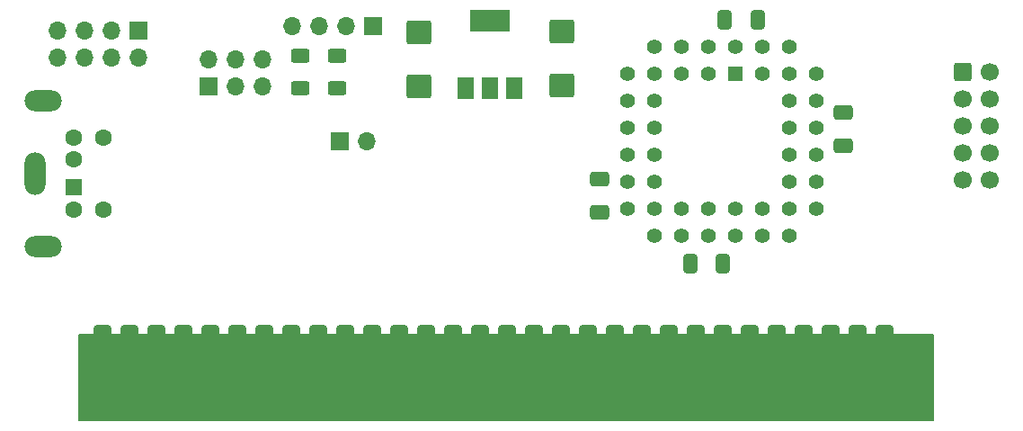
<source format=gbs>
G04 #@! TF.GenerationSoftware,KiCad,Pcbnew,7.0.10-148-g62bb553460*
G04 #@! TF.CreationDate,2024-11-24T17:13:43+03:00*
G04 #@! TF.ProjectId,ZX_BUS_Mouse,5a585f42-5553-45f4-9d6f-7573652e6b69,rev?*
G04 #@! TF.SameCoordinates,Original*
G04 #@! TF.FileFunction,Soldermask,Bot*
G04 #@! TF.FilePolarity,Negative*
%FSLAX46Y46*%
G04 Gerber Fmt 4.6, Leading zero omitted, Abs format (unit mm)*
G04 Created by KiCad (PCBNEW 7.0.10-148-g62bb553460) date 2024-11-24 17:13:43*
%MOMM*%
%LPD*%
G01*
G04 APERTURE LIST*
G04 Aperture macros list*
%AMRoundRect*
0 Rectangle with rounded corners*
0 $1 Rounding radius*
0 $2 $3 $4 $5 $6 $7 $8 $9 X,Y pos of 4 corners*
0 Add a 4 corners polygon primitive as box body*
4,1,4,$2,$3,$4,$5,$6,$7,$8,$9,$2,$3,0*
0 Add four circle primitives for the rounded corners*
1,1,$1+$1,$2,$3*
1,1,$1+$1,$4,$5*
1,1,$1+$1,$6,$7*
1,1,$1+$1,$8,$9*
0 Add four rect primitives between the rounded corners*
20,1,$1+$1,$2,$3,$4,$5,0*
20,1,$1+$1,$4,$5,$6,$7,0*
20,1,$1+$1,$6,$7,$8,$9,0*
20,1,$1+$1,$8,$9,$2,$3,0*%
G04 Aperture macros list end*
%ADD10C,0.150000*%
%ADD11R,1.700000X1.700000*%
%ADD12O,1.700000X1.700000*%
%ADD13R,1.600000X1.600000*%
%ADD14C,1.600000*%
%ADD15O,3.500000X2.000000*%
%ADD16O,2.000000X4.000000*%
%ADD17R,1.422400X1.422400*%
%ADD18C,1.422400*%
%ADD19RoundRect,0.250000X-0.600000X-0.600000X0.600000X-0.600000X0.600000X0.600000X-0.600000X0.600000X0*%
%ADD20C,1.700000*%
%ADD21RoundRect,0.250000X-0.412500X-0.650000X0.412500X-0.650000X0.412500X0.650000X-0.412500X0.650000X0*%
%ADD22R,1.500000X2.000000*%
%ADD23R,3.800000X2.000000*%
%ADD24RoundRect,0.250000X-0.925000X0.875000X-0.925000X-0.875000X0.925000X-0.875000X0.925000X0.875000X0*%
%ADD25RoundRect,0.250000X-0.650000X0.412500X-0.650000X-0.412500X0.650000X-0.412500X0.650000X0.412500X0*%
%ADD26RoundRect,0.250000X0.625000X-0.400000X0.625000X0.400000X-0.625000X0.400000X-0.625000X-0.400000X0*%
%ADD27RoundRect,0.250000X0.650000X-0.412500X0.650000X0.412500X-0.650000X0.412500X-0.650000X-0.412500X0*%
%ADD28RoundRect,0.425000X-0.425000X3.575000X-0.425000X-3.575000X0.425000X-3.575000X0.425000X3.575000X0*%
G04 APERTURE END LIST*
D10*
X132200000Y-150000000D02*
X51800000Y-150000000D01*
X51800000Y-142000000D01*
X132200000Y-142000000D01*
X132200000Y-150000000D01*
G36*
X132200000Y-150000000D02*
G01*
X51800000Y-150000000D01*
X51800000Y-142000000D01*
X132200000Y-142000000D01*
X132200000Y-150000000D01*
G37*
D11*
X76325000Y-123800000D03*
D12*
X78865000Y-123800000D03*
D11*
X57400000Y-113360000D03*
D12*
X57400000Y-115900000D03*
X54860000Y-113360000D03*
X54860000Y-115900000D03*
X52320000Y-113360000D03*
X52320000Y-115900000D03*
X49780000Y-113360000D03*
X49780000Y-115900000D03*
D13*
X51300000Y-128100000D03*
D14*
X51300000Y-125500000D03*
X51300000Y-130200000D03*
X51300000Y-123400000D03*
X54100000Y-130200000D03*
X54100000Y-123400000D03*
D15*
X48450000Y-119950000D03*
D16*
X47650000Y-126800000D03*
D15*
X48450000Y-133650000D03*
D11*
X79500000Y-112900000D03*
D12*
X76960000Y-112900000D03*
X74420000Y-112900000D03*
X71880000Y-112900000D03*
D17*
X113570000Y-117468750D03*
D18*
X111030000Y-114928750D03*
X111030000Y-117468750D03*
X108490000Y-114928750D03*
X108490000Y-117468750D03*
X105950000Y-114928750D03*
X103410000Y-117468750D03*
X105950000Y-117468750D03*
X103410000Y-120008750D03*
X105950000Y-120008750D03*
X103410000Y-122548750D03*
X105950000Y-122548750D03*
X103410000Y-125088750D03*
X105950000Y-125088750D03*
X103410000Y-127628750D03*
X105950000Y-127628750D03*
X103410000Y-130168750D03*
X105950000Y-132708750D03*
X105950000Y-130168750D03*
X108490000Y-132708750D03*
X108490000Y-130168750D03*
X111030000Y-132708750D03*
X111030000Y-130168750D03*
X113570000Y-132708750D03*
X113570000Y-130168750D03*
X116110000Y-132708750D03*
X116110000Y-130168750D03*
X118650000Y-132708750D03*
X121190000Y-130168750D03*
X118650000Y-130168750D03*
X121190000Y-127628750D03*
X118650000Y-127628750D03*
X121190000Y-125088750D03*
X118650000Y-125088750D03*
X121190000Y-122548750D03*
X118650000Y-122548750D03*
X121190000Y-120008750D03*
X118650000Y-120008750D03*
X121190000Y-117468750D03*
X118650000Y-114928750D03*
X118650000Y-117468750D03*
X116110000Y-114928750D03*
X116110000Y-117468750D03*
X113570000Y-114928750D03*
D11*
X64025000Y-118575000D03*
D12*
X64025000Y-116035000D03*
X66565000Y-118575000D03*
X66565000Y-116035000D03*
X69105000Y-118575000D03*
X69105000Y-116035000D03*
D19*
X135060000Y-117258750D03*
D20*
X137600000Y-117258750D03*
X135060000Y-119798750D03*
X137600000Y-119798750D03*
X135060000Y-122338750D03*
X137600000Y-122338750D03*
X135060000Y-124878750D03*
X137600000Y-124878750D03*
X135060000Y-127418750D03*
X137600000Y-127418750D03*
D21*
X109337500Y-135318750D03*
X112462500Y-135318750D03*
D22*
X92800000Y-118768750D03*
X90500000Y-118768750D03*
D23*
X90500000Y-112468750D03*
D22*
X88200000Y-118768750D03*
D24*
X83800000Y-113550000D03*
X83800000Y-118650000D03*
D25*
X100800000Y-127356250D03*
X100800000Y-130481250D03*
D26*
X72600000Y-118800000D03*
X72600000Y-115700000D03*
X76100000Y-118800000D03*
X76100000Y-115700000D03*
D24*
X97300000Y-113468750D03*
X97300000Y-118568750D03*
D27*
X123800000Y-124181250D03*
X123800000Y-121056250D03*
D21*
X112637500Y-112318750D03*
X115762500Y-112318750D03*
D28*
X53975000Y-145034000D03*
X56515000Y-145034000D03*
X59055000Y-145034000D03*
X61595000Y-145034000D03*
X64135000Y-145034000D03*
X66675000Y-145034000D03*
X69215000Y-145034000D03*
X71755000Y-145034000D03*
X74295000Y-145034000D03*
X76835000Y-145034000D03*
X79375000Y-145034000D03*
X81915000Y-145034000D03*
X84455000Y-145034000D03*
X86995000Y-145034000D03*
X89535000Y-145034000D03*
X92075000Y-145034000D03*
X94615000Y-145034000D03*
X97155000Y-145034000D03*
X99695000Y-145034000D03*
X102235000Y-145034000D03*
X104775000Y-145034000D03*
X107315000Y-145034000D03*
X109855000Y-145034000D03*
X112395000Y-145034000D03*
X114935000Y-145034000D03*
X117475000Y-145034000D03*
X120015000Y-145034000D03*
X122555000Y-145034000D03*
X125095000Y-145034000D03*
X127635000Y-145034000D03*
M02*

</source>
